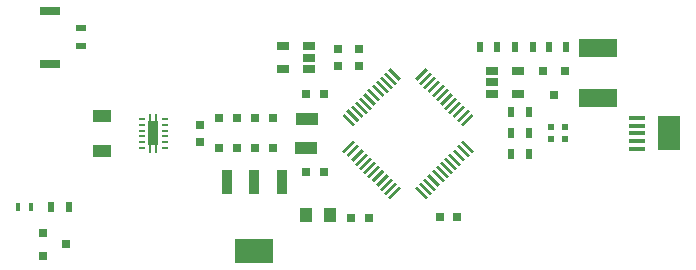
<source format=gtp>
G04 #@! TF.FileFunction,Paste,Top*
%FSLAX46Y46*%
G04 Gerber Fmt 4.6, Leading zero omitted, Abs format (unit mm)*
G04 Created by KiCad (PCBNEW 4.0.2-stable) date 11/17/2016 12:04:15 PM*
%MOMM*%
G01*
G04 APERTURE LIST*
%ADD10C,0.100000*%
%ADD11R,1.060000X0.650000*%
%ADD12R,0.800100X0.800100*%
%ADD13R,0.750000X0.800000*%
%ADD14R,0.800000X0.750000*%
%ADD15R,0.550000X0.600000*%
%ADD16R,3.200000X1.500000*%
%ADD17R,0.500000X0.900000*%
%ADD18R,0.900000X0.500000*%
%ADD19R,0.950000X2.150000*%
%ADD20R,3.250000X2.150000*%
%ADD21R,1.600000X1.000000*%
%ADD22R,1.000000X1.250000*%
%ADD23R,0.900000X2.000000*%
%ADD24R,0.250000X0.700000*%
%ADD25R,0.500000X0.280000*%
%ADD26R,0.300000X0.800000*%
%ADD27R,1.350000X0.400000*%
%ADD28R,1.900000X2.900000*%
%ADD29R,1.800000X0.800000*%
%ADD30R,1.900000X1.100000*%
G04 APERTURE END LIST*
D10*
D11*
X116310000Y-105030000D03*
X116310000Y-104080000D03*
X116310000Y-103130000D03*
X114110000Y-103130000D03*
X114110000Y-105030000D03*
D10*
G36*
X119322311Y-112169379D02*
X119145534Y-111992602D01*
X120064773Y-111073363D01*
X120241550Y-111250140D01*
X119322311Y-112169379D01*
X119322311Y-112169379D01*
G37*
G36*
X119675864Y-112522932D02*
X119499087Y-112346155D01*
X120418326Y-111426916D01*
X120595103Y-111603693D01*
X119675864Y-112522932D01*
X119675864Y-112522932D01*
G37*
G36*
X120029418Y-112876486D02*
X119852641Y-112699709D01*
X120771880Y-111780470D01*
X120948657Y-111957247D01*
X120029418Y-112876486D01*
X120029418Y-112876486D01*
G37*
G36*
X120382971Y-113230039D02*
X120206194Y-113053262D01*
X121125433Y-112134023D01*
X121302210Y-112310800D01*
X120382971Y-113230039D01*
X120382971Y-113230039D01*
G37*
G36*
X120736524Y-113583592D02*
X120559747Y-113406815D01*
X121478986Y-112487576D01*
X121655763Y-112664353D01*
X120736524Y-113583592D01*
X120736524Y-113583592D01*
G37*
G36*
X121090078Y-113937146D02*
X120913301Y-113760369D01*
X121832540Y-112841130D01*
X122009317Y-113017907D01*
X121090078Y-113937146D01*
X121090078Y-113937146D01*
G37*
G36*
X121443631Y-114290699D02*
X121266854Y-114113922D01*
X122186093Y-113194683D01*
X122362870Y-113371460D01*
X121443631Y-114290699D01*
X121443631Y-114290699D01*
G37*
G36*
X121797185Y-114644253D02*
X121620408Y-114467476D01*
X122539647Y-113548237D01*
X122716424Y-113725014D01*
X121797185Y-114644253D01*
X121797185Y-114644253D01*
G37*
G36*
X122150738Y-114997806D02*
X121973961Y-114821029D01*
X122893200Y-113901790D01*
X123069977Y-114078567D01*
X122150738Y-114997806D01*
X122150738Y-114997806D01*
G37*
G36*
X122504291Y-115351359D02*
X122327514Y-115174582D01*
X123246753Y-114255343D01*
X123423530Y-114432120D01*
X122504291Y-115351359D01*
X122504291Y-115351359D01*
G37*
G36*
X122857845Y-115704913D02*
X122681068Y-115528136D01*
X123600307Y-114608897D01*
X123777084Y-114785674D01*
X122857845Y-115704913D01*
X122857845Y-115704913D01*
G37*
G36*
X123211398Y-116058466D02*
X123034621Y-115881689D01*
X123953860Y-114962450D01*
X124130637Y-115139227D01*
X123211398Y-116058466D01*
X123211398Y-116058466D01*
G37*
G36*
X126393379Y-115881689D02*
X126216602Y-116058466D01*
X125297363Y-115139227D01*
X125474140Y-114962450D01*
X126393379Y-115881689D01*
X126393379Y-115881689D01*
G37*
G36*
X126746932Y-115528136D02*
X126570155Y-115704913D01*
X125650916Y-114785674D01*
X125827693Y-114608897D01*
X126746932Y-115528136D01*
X126746932Y-115528136D01*
G37*
G36*
X127100486Y-115174582D02*
X126923709Y-115351359D01*
X126004470Y-114432120D01*
X126181247Y-114255343D01*
X127100486Y-115174582D01*
X127100486Y-115174582D01*
G37*
G36*
X127454039Y-114821029D02*
X127277262Y-114997806D01*
X126358023Y-114078567D01*
X126534800Y-113901790D01*
X127454039Y-114821029D01*
X127454039Y-114821029D01*
G37*
G36*
X127807592Y-114467476D02*
X127630815Y-114644253D01*
X126711576Y-113725014D01*
X126888353Y-113548237D01*
X127807592Y-114467476D01*
X127807592Y-114467476D01*
G37*
G36*
X128161146Y-114113922D02*
X127984369Y-114290699D01*
X127065130Y-113371460D01*
X127241907Y-113194683D01*
X128161146Y-114113922D01*
X128161146Y-114113922D01*
G37*
G36*
X128514699Y-113760369D02*
X128337922Y-113937146D01*
X127418683Y-113017907D01*
X127595460Y-112841130D01*
X128514699Y-113760369D01*
X128514699Y-113760369D01*
G37*
G36*
X128868253Y-113406815D02*
X128691476Y-113583592D01*
X127772237Y-112664353D01*
X127949014Y-112487576D01*
X128868253Y-113406815D01*
X128868253Y-113406815D01*
G37*
G36*
X129221806Y-113053262D02*
X129045029Y-113230039D01*
X128125790Y-112310800D01*
X128302567Y-112134023D01*
X129221806Y-113053262D01*
X129221806Y-113053262D01*
G37*
G36*
X129575359Y-112699709D02*
X129398582Y-112876486D01*
X128479343Y-111957247D01*
X128656120Y-111780470D01*
X129575359Y-112699709D01*
X129575359Y-112699709D01*
G37*
G36*
X129928913Y-112346155D02*
X129752136Y-112522932D01*
X128832897Y-111603693D01*
X129009674Y-111426916D01*
X129928913Y-112346155D01*
X129928913Y-112346155D01*
G37*
G36*
X130282466Y-111992602D02*
X130105689Y-112169379D01*
X129186450Y-111250140D01*
X129363227Y-111073363D01*
X130282466Y-111992602D01*
X130282466Y-111992602D01*
G37*
G36*
X129363227Y-109906637D02*
X129186450Y-109729860D01*
X130105689Y-108810621D01*
X130282466Y-108987398D01*
X129363227Y-109906637D01*
X129363227Y-109906637D01*
G37*
G36*
X129009674Y-109553084D02*
X128832897Y-109376307D01*
X129752136Y-108457068D01*
X129928913Y-108633845D01*
X129009674Y-109553084D01*
X129009674Y-109553084D01*
G37*
G36*
X128656120Y-109199530D02*
X128479343Y-109022753D01*
X129398582Y-108103514D01*
X129575359Y-108280291D01*
X128656120Y-109199530D01*
X128656120Y-109199530D01*
G37*
G36*
X128302567Y-108845977D02*
X128125790Y-108669200D01*
X129045029Y-107749961D01*
X129221806Y-107926738D01*
X128302567Y-108845977D01*
X128302567Y-108845977D01*
G37*
G36*
X127949014Y-108492424D02*
X127772237Y-108315647D01*
X128691476Y-107396408D01*
X128868253Y-107573185D01*
X127949014Y-108492424D01*
X127949014Y-108492424D01*
G37*
G36*
X127595460Y-108138870D02*
X127418683Y-107962093D01*
X128337922Y-107042854D01*
X128514699Y-107219631D01*
X127595460Y-108138870D01*
X127595460Y-108138870D01*
G37*
G36*
X127241907Y-107785317D02*
X127065130Y-107608540D01*
X127984369Y-106689301D01*
X128161146Y-106866078D01*
X127241907Y-107785317D01*
X127241907Y-107785317D01*
G37*
G36*
X126888353Y-107431763D02*
X126711576Y-107254986D01*
X127630815Y-106335747D01*
X127807592Y-106512524D01*
X126888353Y-107431763D01*
X126888353Y-107431763D01*
G37*
G36*
X126534800Y-107078210D02*
X126358023Y-106901433D01*
X127277262Y-105982194D01*
X127454039Y-106158971D01*
X126534800Y-107078210D01*
X126534800Y-107078210D01*
G37*
G36*
X126181247Y-106724657D02*
X126004470Y-106547880D01*
X126923709Y-105628641D01*
X127100486Y-105805418D01*
X126181247Y-106724657D01*
X126181247Y-106724657D01*
G37*
G36*
X125827693Y-106371103D02*
X125650916Y-106194326D01*
X126570155Y-105275087D01*
X126746932Y-105451864D01*
X125827693Y-106371103D01*
X125827693Y-106371103D01*
G37*
G36*
X125474140Y-106017550D02*
X125297363Y-105840773D01*
X126216602Y-104921534D01*
X126393379Y-105098311D01*
X125474140Y-106017550D01*
X125474140Y-106017550D01*
G37*
G36*
X124130637Y-105840773D02*
X123953860Y-106017550D01*
X123034621Y-105098311D01*
X123211398Y-104921534D01*
X124130637Y-105840773D01*
X124130637Y-105840773D01*
G37*
G36*
X123777084Y-106194326D02*
X123600307Y-106371103D01*
X122681068Y-105451864D01*
X122857845Y-105275087D01*
X123777084Y-106194326D01*
X123777084Y-106194326D01*
G37*
G36*
X123423530Y-106547880D02*
X123246753Y-106724657D01*
X122327514Y-105805418D01*
X122504291Y-105628641D01*
X123423530Y-106547880D01*
X123423530Y-106547880D01*
G37*
G36*
X123069977Y-106901433D02*
X122893200Y-107078210D01*
X121973961Y-106158971D01*
X122150738Y-105982194D01*
X123069977Y-106901433D01*
X123069977Y-106901433D01*
G37*
G36*
X122716424Y-107254986D02*
X122539647Y-107431763D01*
X121620408Y-106512524D01*
X121797185Y-106335747D01*
X122716424Y-107254986D01*
X122716424Y-107254986D01*
G37*
G36*
X122362870Y-107608540D02*
X122186093Y-107785317D01*
X121266854Y-106866078D01*
X121443631Y-106689301D01*
X122362870Y-107608540D01*
X122362870Y-107608540D01*
G37*
G36*
X122009317Y-107962093D02*
X121832540Y-108138870D01*
X120913301Y-107219631D01*
X121090078Y-107042854D01*
X122009317Y-107962093D01*
X122009317Y-107962093D01*
G37*
G36*
X121655763Y-108315647D02*
X121478986Y-108492424D01*
X120559747Y-107573185D01*
X120736524Y-107396408D01*
X121655763Y-108315647D01*
X121655763Y-108315647D01*
G37*
G36*
X121302210Y-108669200D02*
X121125433Y-108845977D01*
X120206194Y-107926738D01*
X120382971Y-107749961D01*
X121302210Y-108669200D01*
X121302210Y-108669200D01*
G37*
G36*
X120948657Y-109022753D02*
X120771880Y-109199530D01*
X119852641Y-108280291D01*
X120029418Y-108103514D01*
X120948657Y-109022753D01*
X120948657Y-109022753D01*
G37*
G36*
X120595103Y-109376307D02*
X120418326Y-109553084D01*
X119499087Y-108633845D01*
X119675864Y-108457068D01*
X120595103Y-109376307D01*
X120595103Y-109376307D01*
G37*
G36*
X120241550Y-109729860D02*
X120064773Y-109906637D01*
X119145534Y-108987398D01*
X119322311Y-108810621D01*
X120241550Y-109729860D01*
X120241550Y-109729860D01*
G37*
D12*
X138020000Y-105209240D03*
X136120000Y-105209240D03*
X137070000Y-107208220D03*
D13*
X107080000Y-109760000D03*
X107080000Y-111260000D03*
D14*
X108724000Y-111760000D03*
X110224000Y-111760000D03*
X113272000Y-111760000D03*
X111772000Y-111760000D03*
X113272000Y-109220000D03*
X111772000Y-109220000D03*
X108724000Y-109220000D03*
X110224000Y-109220000D03*
D13*
X118790000Y-104820000D03*
X118790000Y-103320000D03*
D14*
X128890000Y-117610000D03*
X127390000Y-117610000D03*
D13*
X120600000Y-103330000D03*
X120600000Y-104830000D03*
D14*
X121420000Y-117640000D03*
X119920000Y-117640000D03*
X117600000Y-107200000D03*
X116100000Y-107200000D03*
X117600000Y-113800000D03*
X116100000Y-113800000D03*
D15*
X138000000Y-109990000D03*
X138000000Y-110990000D03*
X136800000Y-110990000D03*
X136800000Y-109990000D03*
D16*
X140820000Y-103300000D03*
X140820000Y-107500000D03*
D17*
X135290000Y-103180000D03*
X133790000Y-103180000D03*
X132280000Y-103180000D03*
X130780000Y-103180000D03*
X134940000Y-112230000D03*
X133440000Y-112230000D03*
X134940000Y-110440000D03*
X133440000Y-110440000D03*
X134940000Y-108650000D03*
X133440000Y-108650000D03*
X136610000Y-103180000D03*
X138110000Y-103180000D03*
D18*
X97030000Y-101600000D03*
X97030000Y-103100000D03*
D17*
X94500000Y-116740000D03*
X96000000Y-116740000D03*
D19*
X109410000Y-114640000D03*
X114010000Y-114640000D03*
D20*
X111710000Y-120440000D03*
D19*
X111710000Y-114640000D03*
D21*
X98806000Y-108990000D03*
X98806000Y-111990000D03*
D12*
X93789240Y-118950000D03*
X93789240Y-120850000D03*
X95788220Y-119900000D03*
D22*
X116070000Y-117440000D03*
X118070000Y-117440000D03*
D23*
X103150000Y-110500000D03*
D24*
X102900000Y-111850000D03*
X102900000Y-109150000D03*
X103400000Y-111850000D03*
X103400000Y-109150000D03*
D25*
X104100000Y-109250000D03*
X104100000Y-109750000D03*
X104100000Y-110250000D03*
X104100000Y-110750000D03*
X104100000Y-111250000D03*
X104100000Y-111750000D03*
X102200000Y-109250000D03*
X102200000Y-109750000D03*
X102200000Y-110250000D03*
X102200000Y-110750000D03*
X102200000Y-111250000D03*
X102200000Y-111750000D03*
D26*
X92820000Y-116730000D03*
X91720000Y-116730000D03*
D11*
X131790000Y-105230000D03*
X131790000Y-106180000D03*
X131790000Y-107130000D03*
X133990000Y-107130000D03*
X133990000Y-105230000D03*
D27*
X144095000Y-111780000D03*
X144095000Y-111130000D03*
X144095000Y-110480000D03*
X144095000Y-109830000D03*
X144095000Y-109180000D03*
D28*
X146770000Y-110480000D03*
D29*
X94370000Y-100120000D03*
X94370000Y-104620000D03*
D30*
X116100000Y-111760000D03*
X116150000Y-109260000D03*
M02*

</source>
